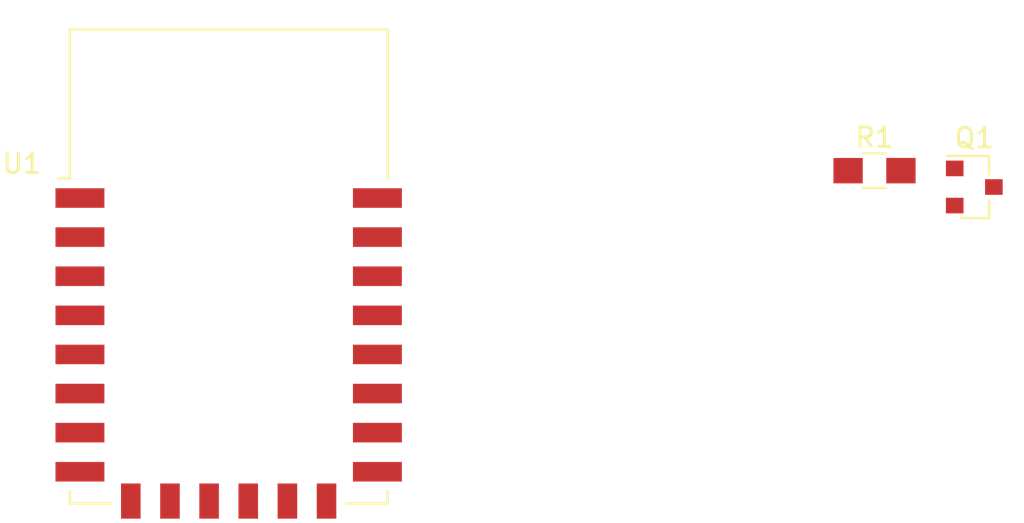
<source format=kicad_pcb>
(kicad_pcb (version 20171130) (host pcbnew "(5.1.9)-1")

  (general
    (thickness 1.6)
    (drawings 0)
    (tracks 0)
    (zones 0)
    (modules 3)
    (nets 27)
  )

  (page A4)
  (layers
    (0 F.Cu signal)
    (31 B.Cu signal)
    (32 B.Adhes user)
    (33 F.Adhes user)
    (34 B.Paste user)
    (35 F.Paste user)
    (36 B.SilkS user)
    (37 F.SilkS user)
    (38 B.Mask user)
    (39 F.Mask user)
    (40 Dwgs.User user)
    (41 Cmts.User user)
    (42 Eco1.User user)
    (43 Eco2.User user)
    (44 Edge.Cuts user)
    (45 Margin user)
    (46 B.CrtYd user)
    (47 F.CrtYd user)
    (48 B.Fab user)
    (49 F.Fab user)
  )

  (setup
    (last_trace_width 0.25)
    (trace_clearance 0.2)
    (zone_clearance 0.508)
    (zone_45_only no)
    (trace_min 0.2)
    (via_size 0.8)
    (via_drill 0.4)
    (via_min_size 0.4)
    (via_min_drill 0.3)
    (uvia_size 0.3)
    (uvia_drill 0.1)
    (uvias_allowed no)
    (uvia_min_size 0.2)
    (uvia_min_drill 0.1)
    (edge_width 0.05)
    (segment_width 0.2)
    (pcb_text_width 0.3)
    (pcb_text_size 1.5 1.5)
    (mod_edge_width 0.12)
    (mod_text_size 1 1)
    (mod_text_width 0.15)
    (pad_size 1.524 1.524)
    (pad_drill 0.762)
    (pad_to_mask_clearance 0)
    (aux_axis_origin 0 0)
    (visible_elements 7FFFFFFF)
    (pcbplotparams
      (layerselection 0x010fc_ffffffff)
      (usegerberextensions false)
      (usegerberattributes true)
      (usegerberadvancedattributes true)
      (creategerberjobfile true)
      (excludeedgelayer true)
      (linewidth 0.100000)
      (plotframeref false)
      (viasonmask false)
      (mode 1)
      (useauxorigin false)
      (hpglpennumber 1)
      (hpglpenspeed 20)
      (hpglpendiameter 15.000000)
      (psnegative false)
      (psa4output false)
      (plotreference true)
      (plotvalue true)
      (plotinvisibletext false)
      (padsonsilk false)
      (subtractmaskfromsilk false)
      (outputformat 1)
      (mirror false)
      (drillshape 1)
      (scaleselection 1)
      (outputdirectory ""))
  )

  (net 0 "")
  (net 1 "Net-(U1-Pad1)")
  (net 2 "Net-(U1-Pad2)")
  (net 3 "Net-(U1-Pad3)")
  (net 4 "Net-(U1-Pad4)")
  (net 5 "Net-(U1-Pad5)")
  (net 6 "Net-(U1-Pad6)")
  (net 7 "Net-(U1-Pad7)")
  (net 8 "Net-(U1-Pad8)")
  (net 9 "Net-(U1-Pad9)")
  (net 10 "Net-(U1-Pad10)")
  (net 11 "Net-(U1-Pad11)")
  (net 12 "Net-(U1-Pad12)")
  (net 13 "Net-(U1-Pad13)")
  (net 14 "Net-(U1-Pad14)")
  (net 15 "Net-(U1-Pad15)")
  (net 16 "Net-(U1-Pad16)")
  (net 17 "Net-(U1-Pad17)")
  (net 18 "Net-(U1-Pad18)")
  (net 19 "Net-(U1-Pad19)")
  (net 20 "Net-(U1-Pad20)")
  (net 21 "Net-(U1-Pad21)")
  (net 22 "Net-(U1-Pad22)")
  (net 23 DEV_RST_CTRL)
  (net 24 GND)
  (net 25 DEV_RST)
  (net 26 +3V3)

  (net_class Default "This is the default net class."
    (clearance 0.2)
    (trace_width 0.25)
    (via_dia 0.8)
    (via_drill 0.4)
    (uvia_dia 0.3)
    (uvia_drill 0.1)
    (add_net +3V3)
    (add_net DEV_RST)
    (add_net DEV_RST_CTRL)
    (add_net GND)
    (add_net "Net-(U1-Pad1)")
    (add_net "Net-(U1-Pad10)")
    (add_net "Net-(U1-Pad11)")
    (add_net "Net-(U1-Pad12)")
    (add_net "Net-(U1-Pad13)")
    (add_net "Net-(U1-Pad14)")
    (add_net "Net-(U1-Pad15)")
    (add_net "Net-(U1-Pad16)")
    (add_net "Net-(U1-Pad17)")
    (add_net "Net-(U1-Pad18)")
    (add_net "Net-(U1-Pad19)")
    (add_net "Net-(U1-Pad2)")
    (add_net "Net-(U1-Pad20)")
    (add_net "Net-(U1-Pad21)")
    (add_net "Net-(U1-Pad22)")
    (add_net "Net-(U1-Pad3)")
    (add_net "Net-(U1-Pad4)")
    (add_net "Net-(U1-Pad5)")
    (add_net "Net-(U1-Pad6)")
    (add_net "Net-(U1-Pad7)")
    (add_net "Net-(U1-Pad8)")
    (add_net "Net-(U1-Pad9)")
  )

  (module Resistors_SMD:R_0805_HandSoldering (layer F.Cu) (tedit 58E0A804) (tstamp 60186934)
    (at 113.772 41.583)
    (descr "Resistor SMD 0805, hand soldering")
    (tags "resistor 0805")
    (path /60195ED1)
    (attr smd)
    (fp_text reference R1 (at 0 -1.7) (layer F.SilkS)
      (effects (font (size 1 1) (thickness 0.15)))
    )
    (fp_text value R (at 0 1.75) (layer F.Fab)
      (effects (font (size 1 1) (thickness 0.15)))
    )
    (fp_line (start 2.35 0.9) (end -2.35 0.9) (layer F.CrtYd) (width 0.05))
    (fp_line (start 2.35 0.9) (end 2.35 -0.9) (layer F.CrtYd) (width 0.05))
    (fp_line (start -2.35 -0.9) (end -2.35 0.9) (layer F.CrtYd) (width 0.05))
    (fp_line (start -2.35 -0.9) (end 2.35 -0.9) (layer F.CrtYd) (width 0.05))
    (fp_line (start -0.6 -0.88) (end 0.6 -0.88) (layer F.SilkS) (width 0.12))
    (fp_line (start 0.6 0.88) (end -0.6 0.88) (layer F.SilkS) (width 0.12))
    (fp_line (start -1 -0.62) (end 1 -0.62) (layer F.Fab) (width 0.1))
    (fp_line (start 1 -0.62) (end 1 0.62) (layer F.Fab) (width 0.1))
    (fp_line (start 1 0.62) (end -1 0.62) (layer F.Fab) (width 0.1))
    (fp_line (start -1 0.62) (end -1 -0.62) (layer F.Fab) (width 0.1))
    (fp_text user %R (at 0 0) (layer F.Fab)
      (effects (font (size 0.5 0.5) (thickness 0.075)))
    )
    (pad 1 smd rect (at -1.35 0) (size 1.5 1.3) (layers F.Cu F.Paste F.Mask)
      (net 26 +3V3))
    (pad 2 smd rect (at 1.35 0) (size 1.5 1.3) (layers F.Cu F.Paste F.Mask)
      (net 25 DEV_RST))
    (model ${KISYS3DMOD}/Resistors_SMD.3dshapes/R_0805.wrl
      (at (xyz 0 0 0))
      (scale (xyz 1 1 1))
      (rotate (xyz 0 0 0))
    )
  )

  (module TO_SOT_Packages_SMD:SOT-23 (layer F.Cu) (tedit 58CE4E7E) (tstamp 60186931)
    (at 118.872 42.418)
    (descr "SOT-23, Standard")
    (tags SOT-23)
    (path /60194CD7)
    (attr smd)
    (fp_text reference Q1 (at 0 -2.5) (layer F.SilkS)
      (effects (font (size 1 1) (thickness 0.15)))
    )
    (fp_text value BC817 (at 0 2.5) (layer F.Fab)
      (effects (font (size 1 1) (thickness 0.15)))
    )
    (fp_line (start 0.76 1.58) (end -0.7 1.58) (layer F.SilkS) (width 0.12))
    (fp_line (start 0.76 -1.58) (end -1.4 -1.58) (layer F.SilkS) (width 0.12))
    (fp_line (start -1.7 1.75) (end -1.7 -1.75) (layer F.CrtYd) (width 0.05))
    (fp_line (start 1.7 1.75) (end -1.7 1.75) (layer F.CrtYd) (width 0.05))
    (fp_line (start 1.7 -1.75) (end 1.7 1.75) (layer F.CrtYd) (width 0.05))
    (fp_line (start -1.7 -1.75) (end 1.7 -1.75) (layer F.CrtYd) (width 0.05))
    (fp_line (start 0.76 -1.58) (end 0.76 -0.65) (layer F.SilkS) (width 0.12))
    (fp_line (start 0.76 1.58) (end 0.76 0.65) (layer F.SilkS) (width 0.12))
    (fp_line (start -0.7 1.52) (end 0.7 1.52) (layer F.Fab) (width 0.1))
    (fp_line (start 0.7 -1.52) (end 0.7 1.52) (layer F.Fab) (width 0.1))
    (fp_line (start -0.7 -0.95) (end -0.15 -1.52) (layer F.Fab) (width 0.1))
    (fp_line (start -0.15 -1.52) (end 0.7 -1.52) (layer F.Fab) (width 0.1))
    (fp_line (start -0.7 -0.95) (end -0.7 1.5) (layer F.Fab) (width 0.1))
    (fp_text user %R (at 0 0 90) (layer F.Fab)
      (effects (font (size 0.5 0.5) (thickness 0.075)))
    )
    (pad 1 smd rect (at -1 -0.95) (size 0.9 0.8) (layers F.Cu F.Paste F.Mask)
      (net 23 DEV_RST_CTRL))
    (pad 2 smd rect (at -1 0.95) (size 0.9 0.8) (layers F.Cu F.Paste F.Mask)
      (net 24 GND))
    (pad 3 smd rect (at 1 0) (size 0.9 0.8) (layers F.Cu F.Paste F.Mask)
      (net 25 DEV_RST))
    (model ${KISYS3DMOD}/TO_SOT_Packages_SMD.3dshapes/SOT-23.wrl
      (at (xyz 0 0 0))
      (scale (xyz 1 1 1))
      (rotate (xyz 0 0 0))
    )
  )

  (module RF_Modules:ESP-12E (layer F.Cu) (tedit 59E32322) (tstamp 60185D12)
    (at 80.772 46.482)
    (descr "Wi-Fi Module, http://wiki.ai-thinker.com/_media/esp8266/docs/aithinker_esp_12f_datasheet_en.pdf")
    (tags "Wi-Fi Module")
    (path /60186BCD)
    (attr smd)
    (fp_text reference U1 (at -10.56 -5.26) (layer F.SilkS)
      (effects (font (size 1 1) (thickness 0.15)))
    )
    (fp_text value ESP-12E (at -0.06 -12.78) (layer F.Fab)
      (effects (font (size 1 1) (thickness 0.15)))
    )
    (fp_line (start -8 -12) (end 8 -12) (layer F.Fab) (width 0.12))
    (fp_line (start 8 -12) (end 8 12) (layer F.Fab) (width 0.12))
    (fp_line (start 8 12) (end -8 12) (layer F.Fab) (width 0.12))
    (fp_line (start -8 12) (end -8 -3) (layer F.Fab) (width 0.12))
    (fp_line (start -8 -3) (end -7.5 -3.5) (layer F.Fab) (width 0.12))
    (fp_line (start -7.5 -3.5) (end -8 -4) (layer F.Fab) (width 0.12))
    (fp_line (start -8 -4) (end -8 -12) (layer F.Fab) (width 0.12))
    (fp_line (start -9.05 -12.2) (end 9.05 -12.2) (layer F.CrtYd) (width 0.05))
    (fp_line (start 9.05 -12.2) (end 9.05 13.1) (layer F.CrtYd) (width 0.05))
    (fp_line (start 9.05 13.1) (end -9.05 13.1) (layer F.CrtYd) (width 0.05))
    (fp_line (start -9.05 13.1) (end -9.05 -12.2) (layer F.CrtYd) (width 0.05))
    (fp_line (start -8.12 -12.12) (end 8.12 -12.12) (layer F.SilkS) (width 0.12))
    (fp_line (start 8.12 -12.12) (end 8.12 -4.5) (layer F.SilkS) (width 0.12))
    (fp_line (start 8.12 11.5) (end 8.12 12.12) (layer F.SilkS) (width 0.12))
    (fp_line (start 8.12 12.12) (end 6 12.12) (layer F.SilkS) (width 0.12))
    (fp_line (start -6 12.12) (end -8.12 12.12) (layer F.SilkS) (width 0.12))
    (fp_line (start -8.12 12.12) (end -8.12 11.5) (layer F.SilkS) (width 0.12))
    (fp_line (start -8.12 -4.5) (end -8.12 -12.12) (layer F.SilkS) (width 0.12))
    (fp_line (start -8.12 -4.5) (end -8.73 -4.5) (layer F.SilkS) (width 0.12))
    (fp_line (start -8.12 -12.12) (end 8.12 -12.12) (layer Dwgs.User) (width 0.12))
    (fp_line (start 8.12 -12.12) (end 8.12 -4.8) (layer Dwgs.User) (width 0.12))
    (fp_line (start 8.12 -4.8) (end -8.12 -4.8) (layer Dwgs.User) (width 0.12))
    (fp_line (start -8.12 -4.8) (end -8.12 -12.12) (layer Dwgs.User) (width 0.12))
    (fp_line (start -8.12 -9.12) (end -5.12 -12.12) (layer Dwgs.User) (width 0.12))
    (fp_line (start -8.12 -6.12) (end -2.12 -12.12) (layer Dwgs.User) (width 0.12))
    (fp_line (start -6.44 -4.8) (end 0.88 -12.12) (layer Dwgs.User) (width 0.12))
    (fp_line (start -3.44 -4.8) (end 3.88 -12.12) (layer Dwgs.User) (width 0.12))
    (fp_line (start -0.44 -4.8) (end 6.88 -12.12) (layer Dwgs.User) (width 0.12))
    (fp_line (start 2.56 -4.8) (end 8.12 -10.36) (layer Dwgs.User) (width 0.12))
    (fp_line (start 5.56 -4.8) (end 8.12 -7.36) (layer Dwgs.User) (width 0.12))
    (fp_text user Antenna (at -0.06 -7 180) (layer Cmts.User)
      (effects (font (size 1 1) (thickness 0.15)))
    )
    (fp_text user "KEEP-OUT ZONE" (at 0.03 -9.55 180) (layer Cmts.User)
      (effects (font (size 1 1) (thickness 0.15)))
    )
    (fp_text user %R (at 0.49 -0.8) (layer F.Fab)
      (effects (font (size 1 1) (thickness 0.15)))
    )
    (pad 1 smd rect (at -7.6 -3.5) (size 2.5 1) (layers F.Cu F.Paste F.Mask)
      (net 1 "Net-(U1-Pad1)"))
    (pad 2 smd rect (at -7.6 -1.5) (size 2.5 1) (layers F.Cu F.Paste F.Mask)
      (net 2 "Net-(U1-Pad2)"))
    (pad 3 smd rect (at -7.6 0.5) (size 2.5 1) (layers F.Cu F.Paste F.Mask)
      (net 3 "Net-(U1-Pad3)"))
    (pad 4 smd rect (at -7.6 2.5) (size 2.5 1) (layers F.Cu F.Paste F.Mask)
      (net 4 "Net-(U1-Pad4)"))
    (pad 5 smd rect (at -7.6 4.5) (size 2.5 1) (layers F.Cu F.Paste F.Mask)
      (net 5 "Net-(U1-Pad5)"))
    (pad 6 smd rect (at -7.6 6.5) (size 2.5 1) (layers F.Cu F.Paste F.Mask)
      (net 6 "Net-(U1-Pad6)"))
    (pad 7 smd rect (at -7.6 8.5) (size 2.5 1) (layers F.Cu F.Paste F.Mask)
      (net 7 "Net-(U1-Pad7)"))
    (pad 8 smd rect (at -7.6 10.5) (size 2.5 1) (layers F.Cu F.Paste F.Mask)
      (net 8 "Net-(U1-Pad8)"))
    (pad 9 smd rect (at -5 12) (size 1 1.8) (layers F.Cu F.Paste F.Mask)
      (net 9 "Net-(U1-Pad9)"))
    (pad 10 smd rect (at -3 12) (size 1 1.8) (layers F.Cu F.Paste F.Mask)
      (net 10 "Net-(U1-Pad10)"))
    (pad 11 smd rect (at -1 12) (size 1 1.8) (layers F.Cu F.Paste F.Mask)
      (net 11 "Net-(U1-Pad11)"))
    (pad 12 smd rect (at 1 12) (size 1 1.8) (layers F.Cu F.Paste F.Mask)
      (net 12 "Net-(U1-Pad12)"))
    (pad 13 smd rect (at 3 12) (size 1 1.8) (layers F.Cu F.Paste F.Mask)
      (net 13 "Net-(U1-Pad13)"))
    (pad 14 smd rect (at 5 12) (size 1 1.8) (layers F.Cu F.Paste F.Mask)
      (net 14 "Net-(U1-Pad14)"))
    (pad 15 smd rect (at 7.6 10.5) (size 2.5 1) (layers F.Cu F.Paste F.Mask)
      (net 15 "Net-(U1-Pad15)"))
    (pad 16 smd rect (at 7.6 8.5) (size 2.5 1) (layers F.Cu F.Paste F.Mask)
      (net 16 "Net-(U1-Pad16)"))
    (pad 17 smd rect (at 7.6 6.5) (size 2.5 1) (layers F.Cu F.Paste F.Mask)
      (net 17 "Net-(U1-Pad17)"))
    (pad 18 smd rect (at 7.6 4.5) (size 2.5 1) (layers F.Cu F.Paste F.Mask)
      (net 18 "Net-(U1-Pad18)"))
    (pad 19 smd rect (at 7.6 2.5) (size 2.5 1) (layers F.Cu F.Paste F.Mask)
      (net 19 "Net-(U1-Pad19)"))
    (pad 20 smd rect (at 7.6 0.5) (size 2.5 1) (layers F.Cu F.Paste F.Mask)
      (net 20 "Net-(U1-Pad20)"))
    (pad 21 smd rect (at 7.6 -1.5) (size 2.5 1) (layers F.Cu F.Paste F.Mask)
      (net 21 "Net-(U1-Pad21)"))
    (pad 22 smd rect (at 7.6 -3.5) (size 2.5 1) (layers F.Cu F.Paste F.Mask)
      (net 22 "Net-(U1-Pad22)"))
    (model ${KISYS3DMOD}/RF_Modules.3dshapes/ESP-12E.wrl
      (at (xyz 0 0 0))
      (scale (xyz 1 1 1))
      (rotate (xyz 0 0 0))
    )
  )

)

</source>
